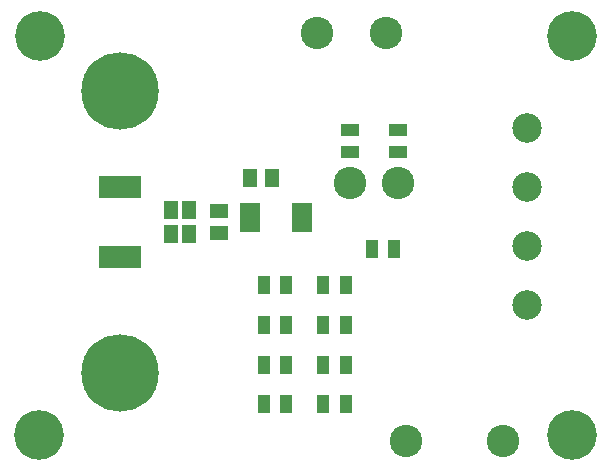
<source format=gts>
G04*
G04 #@! TF.GenerationSoftware,Altium Limited,Altium Designer,20.1.7 (139)*
G04*
G04 Layer_Color=8388736*
%FSAX25Y25*%
%MOIN*%
G70*
G04*
G04 #@! TF.SameCoordinates,E0FEAD2B-5758-45BC-B138-3864F7F5ABB7*
G04*
G04*
G04 #@! TF.FilePolarity,Negative*
G04*
G01*
G75*
%ADD20R,0.04422X0.06233*%
%ADD21R,0.06233X0.04422*%
%ADD22R,0.04540X0.06115*%
%ADD23R,0.06509X0.01981*%
%ADD24R,0.14265X0.07257*%
%ADD25R,0.05052X0.06391*%
%ADD26R,0.06391X0.05052*%
%ADD27C,0.16548*%
%ADD28C,0.09855*%
%ADD29C,0.10800*%
%ADD30C,0.25800*%
D20*
X0123240Y0074000D02*
D03*
X0130760D02*
D03*
X0106991Y0048661D02*
D03*
X0114510D02*
D03*
X0106991Y0061883D02*
D03*
X0114510D02*
D03*
X0106991Y0022217D02*
D03*
X0114510D02*
D03*
X0106991Y0035439D02*
D03*
X0114510D02*
D03*
X0094710D02*
D03*
X0087191D02*
D03*
X0094710Y0061883D02*
D03*
X0087191D02*
D03*
X0094710Y0048661D02*
D03*
X0087191D02*
D03*
X0094710Y0022217D02*
D03*
X0087191D02*
D03*
D21*
X0132000Y0113760D02*
D03*
Y0106240D02*
D03*
X0116000Y0113760D02*
D03*
Y0106240D02*
D03*
D22*
X0056379Y0079050D02*
D03*
X0062481D02*
D03*
X0056379Y0087050D02*
D03*
X0062481D02*
D03*
D23*
X0100143Y0080613D02*
D03*
Y0082581D02*
D03*
Y0084550D02*
D03*
Y0086518D02*
D03*
Y0088487D02*
D03*
X0082820D02*
D03*
Y0086518D02*
D03*
Y0084550D02*
D03*
Y0082581D02*
D03*
Y0080613D02*
D03*
D24*
X0039450Y0071495D02*
D03*
Y0094605D02*
D03*
D25*
X0089867Y0097650D02*
D03*
X0082820D02*
D03*
D26*
X0072482Y0086550D02*
D03*
Y0079502D02*
D03*
D27*
X0190000Y0145000D02*
D03*
X0012500D02*
D03*
X0190000Y0012050D02*
D03*
X0012450D02*
D03*
D28*
X0175000Y0055315D02*
D03*
Y0075000D02*
D03*
Y0114370D02*
D03*
Y0094685D02*
D03*
D29*
X0105000Y0146000D02*
D03*
X0128000D02*
D03*
X0134500Y0010000D02*
D03*
X0167000D02*
D03*
X0116000Y0096000D02*
D03*
X0132000D02*
D03*
D30*
X0039450Y0032550D02*
D03*
Y0126550D02*
D03*
M02*

</source>
